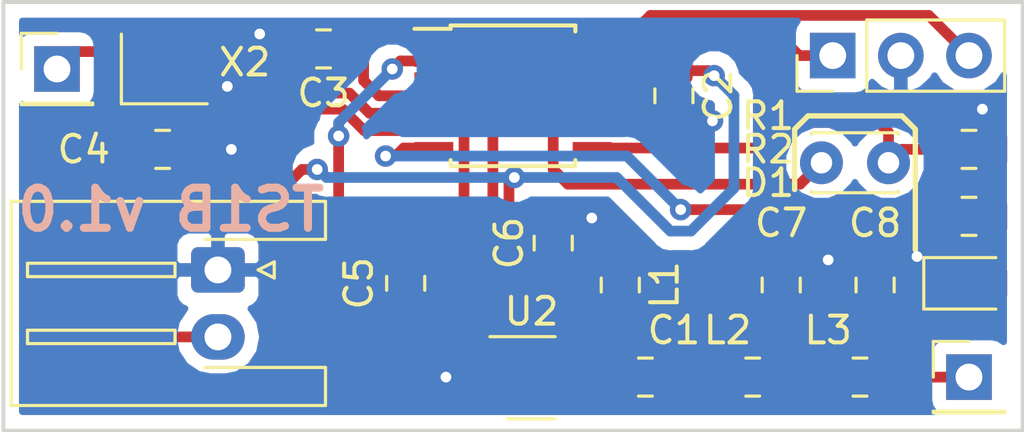
<source format=kicad_pcb>
(kicad_pcb (version 20171130) (host pcbnew 5.0.2-bee76a0~70~ubuntu16.04.1)

  (general
    (thickness 1.6)
    (drawings 10)
    (tracks 141)
    (zones 0)
    (modules 22)
    (nets 20)
  )

  (page A4)
  (layers
    (0 F.Cu signal)
    (31 B.Cu signal)
    (32 B.Adhes user)
    (33 F.Adhes user)
    (34 B.Paste user)
    (35 F.Paste user)
    (36 B.SilkS user)
    (37 F.SilkS user)
    (38 B.Mask user)
    (39 F.Mask user)
    (40 Dwgs.User user)
    (41 Cmts.User user)
    (42 Eco1.User user)
    (43 Eco2.User user)
    (44 Edge.Cuts user)
    (45 Margin user)
    (46 B.CrtYd user)
    (47 F.CrtYd user)
    (48 B.Fab user hide)
    (49 F.Fab user hide)
  )

  (setup
    (last_trace_width 0.4)
    (trace_clearance 0.2)
    (zone_clearance 0.508)
    (zone_45_only no)
    (trace_min 0.2)
    (segment_width 0.2)
    (edge_width 0.15)
    (via_size 0.8)
    (via_drill 0.4)
    (via_min_size 0.4)
    (via_min_drill 0.3)
    (uvia_size 0.3)
    (uvia_drill 0.1)
    (uvias_allowed no)
    (uvia_min_size 0.2)
    (uvia_min_drill 0.1)
    (pcb_text_width 0.3)
    (pcb_text_size 1.5 1.5)
    (mod_edge_width 0.15)
    (mod_text_size 1 1)
    (mod_text_width 0.15)
    (pad_size 1.524 1.524)
    (pad_drill 0.762)
    (pad_to_mask_clearance 0.051)
    (solder_mask_min_width 0.25)
    (aux_axis_origin 0 0)
    (visible_elements FFFFFF7F)
    (pcbplotparams
      (layerselection 0x010fc_ffffffff)
      (usegerberextensions false)
      (usegerberattributes false)
      (usegerberadvancedattributes false)
      (creategerberjobfile false)
      (excludeedgelayer true)
      (linewidth 0.100000)
      (plotframeref false)
      (viasonmask false)
      (mode 1)
      (useauxorigin false)
      (hpglpennumber 1)
      (hpglpenspeed 20)
      (hpglpendiameter 15.000000)
      (psnegative false)
      (psa4output false)
      (plotreference true)
      (plotvalue true)
      (plotinvisibletext false)
      (padsonsilk false)
      (subtractmaskfromsilk false)
      (outputformat 1)
      (mirror false)
      (drillshape 1)
      (scaleselection 1)
      (outputdirectory ""))
  )

  (net 0 "")
  (net 1 /TEMP_SNS)
  (net 2 GND)
  (net 3 /LED)
  (net 4 "Net-(D1-Pad2)")
  (net 5 "Net-(C5-Pad1)")
  (net 6 /RF_DATA)
  (net 7 /RF_CLK)
  (net 8 "Net-(C1-Pad2)")
  (net 9 VDD)
  (net 10 "Net-(U1-Pad1)")
  (net 11 "Net-(C3-Pad1)")
  (net 12 /26MHZ)
  (net 13 /OSC_EN)
  (net 14 /TEMP_PWR)
  (net 15 /SWDIO)
  (net 16 /SWCLK)
  (net 17 "Net-(C7-Pad2)")
  (net 18 "Net-(AE1-Pad1)")
  (net 19 "Net-(C1-Pad1)")

  (net_class Default "This is the default net class."
    (clearance 0.2)
    (trace_width 0.4)
    (via_dia 0.8)
    (via_drill 0.4)
    (uvia_dia 0.3)
    (uvia_drill 0.1)
    (add_net /26MHZ)
    (add_net /LED)
    (add_net /OSC_EN)
    (add_net /RF_CLK)
    (add_net /RF_DATA)
    (add_net /SWCLK)
    (add_net /SWDIO)
    (add_net /TEMP_PWR)
    (add_net /TEMP_SNS)
    (add_net GND)
    (add_net "Net-(AE1-Pad1)")
    (add_net "Net-(C1-Pad1)")
    (add_net "Net-(C1-Pad2)")
    (add_net "Net-(C3-Pad1)")
    (add_net "Net-(C5-Pad1)")
    (add_net "Net-(C7-Pad2)")
    (add_net "Net-(D1-Pad2)")
    (add_net "Net-(U1-Pad1)")
    (add_net VDD)
  )

  (module Capacitor_SMD:C_0805_2012Metric (layer F.Cu) (tedit 5B36C52B) (tstamp 5CD45606)
    (at 174.9375 83 180)
    (descr "Capacitor SMD 0805 (2012 Metric), square (rectangular) end terminal, IPC_7351 nominal, (Body size source: https://docs.google.com/spreadsheets/d/1BsfQQcO9C6DZCsRaXUlFlo91Tg2WpOkGARC1WS5S8t0/edit?usp=sharing), generated with kicad-footprint-generator")
    (tags capacitor)
    (path /5CC71001)
    (attr smd)
    (fp_text reference C1 (at -1.0625 1.75 180) (layer F.SilkS)
      (effects (font (size 1 1) (thickness 0.15)))
    )
    (fp_text value 68pF (at 0 1.65 180) (layer F.Fab)
      (effects (font (size 1 1) (thickness 0.15)))
    )
    (fp_text user %R (at 0 0 180) (layer F.Fab)
      (effects (font (size 0.5 0.5) (thickness 0.08)))
    )
    (fp_line (start 1.68 0.95) (end -1.68 0.95) (layer F.CrtYd) (width 0.05))
    (fp_line (start 1.68 -0.95) (end 1.68 0.95) (layer F.CrtYd) (width 0.05))
    (fp_line (start -1.68 -0.95) (end 1.68 -0.95) (layer F.CrtYd) (width 0.05))
    (fp_line (start -1.68 0.95) (end -1.68 -0.95) (layer F.CrtYd) (width 0.05))
    (fp_line (start -0.258578 0.71) (end 0.258578 0.71) (layer F.SilkS) (width 0.12))
    (fp_line (start -0.258578 -0.71) (end 0.258578 -0.71) (layer F.SilkS) (width 0.12))
    (fp_line (start 1 0.6) (end -1 0.6) (layer F.Fab) (width 0.1))
    (fp_line (start 1 -0.6) (end 1 0.6) (layer F.Fab) (width 0.1))
    (fp_line (start -1 -0.6) (end 1 -0.6) (layer F.Fab) (width 0.1))
    (fp_line (start -1 0.6) (end -1 -0.6) (layer F.Fab) (width 0.1))
    (pad 2 smd roundrect (at 0.9375 0 180) (size 0.975 1.4) (layers F.Cu F.Paste F.Mask) (roundrect_rratio 0.25)
      (net 8 "Net-(C1-Pad2)"))
    (pad 1 smd roundrect (at -0.9375 0 180) (size 0.975 1.4) (layers F.Cu F.Paste F.Mask) (roundrect_rratio 0.25)
      (net 19 "Net-(C1-Pad1)"))
    (model ${KISYS3DMOD}/Capacitor_SMD.3dshapes/C_0805_2012Metric.wrl
      (at (xyz 0 0 0))
      (scale (xyz 1 1 1))
      (rotate (xyz 0 0 0))
    )
  )

  (module Capacitor_SMD:C_0805_2012Metric (layer F.Cu) (tedit 5B36C52B) (tstamp 5CC9F3C3)
    (at 176 72.5 270)
    (descr "Capacitor SMD 0805 (2012 Metric), square (rectangular) end terminal, IPC_7351 nominal, (Body size source: https://docs.google.com/spreadsheets/d/1BsfQQcO9C6DZCsRaXUlFlo91Tg2WpOkGARC1WS5S8t0/edit?usp=sharing), generated with kicad-footprint-generator")
    (tags capacitor)
    (path /5CC61F75)
    (attr smd)
    (fp_text reference C2 (at 0 -1.65 270) (layer F.SilkS)
      (effects (font (size 1 1) (thickness 0.15)))
    )
    (fp_text value 100n (at 0 1.65 270) (layer F.Fab)
      (effects (font (size 1 1) (thickness 0.15)))
    )
    (fp_line (start -1 0.6) (end -1 -0.6) (layer F.Fab) (width 0.1))
    (fp_line (start -1 -0.6) (end 1 -0.6) (layer F.Fab) (width 0.1))
    (fp_line (start 1 -0.6) (end 1 0.6) (layer F.Fab) (width 0.1))
    (fp_line (start 1 0.6) (end -1 0.6) (layer F.Fab) (width 0.1))
    (fp_line (start -0.258578 -0.71) (end 0.258578 -0.71) (layer F.SilkS) (width 0.12))
    (fp_line (start -0.258578 0.71) (end 0.258578 0.71) (layer F.SilkS) (width 0.12))
    (fp_line (start -1.68 0.95) (end -1.68 -0.95) (layer F.CrtYd) (width 0.05))
    (fp_line (start -1.68 -0.95) (end 1.68 -0.95) (layer F.CrtYd) (width 0.05))
    (fp_line (start 1.68 -0.95) (end 1.68 0.95) (layer F.CrtYd) (width 0.05))
    (fp_line (start 1.68 0.95) (end -1.68 0.95) (layer F.CrtYd) (width 0.05))
    (fp_text user %R (at 0 0 270) (layer F.Fab)
      (effects (font (size 0.5 0.5) (thickness 0.08)))
    )
    (pad 1 smd roundrect (at -0.9375 0 270) (size 0.975 1.4) (layers F.Cu F.Paste F.Mask) (roundrect_rratio 0.25)
      (net 9 VDD))
    (pad 2 smd roundrect (at 0.9375 0 270) (size 0.975 1.4) (layers F.Cu F.Paste F.Mask) (roundrect_rratio 0.25)
      (net 2 GND))
    (model ${KISYS3DMOD}/Capacitor_SMD.3dshapes/C_0805_2012Metric.wrl
      (at (xyz 0 0 0))
      (scale (xyz 1 1 1))
      (rotate (xyz 0 0 0))
    )
  )

  (module Capacitor_SMD:C_0805_2012Metric (layer F.Cu) (tedit 5B36C52B) (tstamp 5CC9F393)
    (at 162.9375 70.75 180)
    (descr "Capacitor SMD 0805 (2012 Metric), square (rectangular) end terminal, IPC_7351 nominal, (Body size source: https://docs.google.com/spreadsheets/d/1BsfQQcO9C6DZCsRaXUlFlo91Tg2WpOkGARC1WS5S8t0/edit?usp=sharing), generated with kicad-footprint-generator")
    (tags capacitor)
    (path /5CC622B0)
    (attr smd)
    (fp_text reference C3 (at 0 -1.65 180) (layer F.SilkS)
      (effects (font (size 1 1) (thickness 0.15)))
    )
    (fp_text value 100n (at 0 1.65 180) (layer F.Fab)
      (effects (font (size 1 1) (thickness 0.15)))
    )
    (fp_text user %R (at 0 0 180) (layer F.Fab)
      (effects (font (size 0.5 0.5) (thickness 0.08)))
    )
    (fp_line (start 1.68 0.95) (end -1.68 0.95) (layer F.CrtYd) (width 0.05))
    (fp_line (start 1.68 -0.95) (end 1.68 0.95) (layer F.CrtYd) (width 0.05))
    (fp_line (start -1.68 -0.95) (end 1.68 -0.95) (layer F.CrtYd) (width 0.05))
    (fp_line (start -1.68 0.95) (end -1.68 -0.95) (layer F.CrtYd) (width 0.05))
    (fp_line (start -0.258578 0.71) (end 0.258578 0.71) (layer F.SilkS) (width 0.12))
    (fp_line (start -0.258578 -0.71) (end 0.258578 -0.71) (layer F.SilkS) (width 0.12))
    (fp_line (start 1 0.6) (end -1 0.6) (layer F.Fab) (width 0.1))
    (fp_line (start 1 -0.6) (end 1 0.6) (layer F.Fab) (width 0.1))
    (fp_line (start -1 -0.6) (end 1 -0.6) (layer F.Fab) (width 0.1))
    (fp_line (start -1 0.6) (end -1 -0.6) (layer F.Fab) (width 0.1))
    (pad 2 smd roundrect (at 0.9375 0 180) (size 0.975 1.4) (layers F.Cu F.Paste F.Mask) (roundrect_rratio 0.25)
      (net 2 GND))
    (pad 1 smd roundrect (at -0.9375 0 180) (size 0.975 1.4) (layers F.Cu F.Paste F.Mask) (roundrect_rratio 0.25)
      (net 11 "Net-(C3-Pad1)"))
    (model ${KISYS3DMOD}/Capacitor_SMD.3dshapes/C_0805_2012Metric.wrl
      (at (xyz 0 0 0))
      (scale (xyz 1 1 1))
      (rotate (xyz 0 0 0))
    )
  )

  (module Capacitor_SMD:C_0805_2012Metric (layer F.Cu) (tedit 5B36C52B) (tstamp 5CC9F226)
    (at 156.9375 74.5)
    (descr "Capacitor SMD 0805 (2012 Metric), square (rectangular) end terminal, IPC_7351 nominal, (Body size source: https://docs.google.com/spreadsheets/d/1BsfQQcO9C6DZCsRaXUlFlo91Tg2WpOkGARC1WS5S8t0/edit?usp=sharing), generated with kicad-footprint-generator")
    (tags capacitor)
    (path /5CC6C5E0)
    (attr smd)
    (fp_text reference C4 (at -2.9375 0) (layer F.SilkS)
      (effects (font (size 1 1) (thickness 0.15)))
    )
    (fp_text value 100n (at 0 1.65) (layer F.Fab)
      (effects (font (size 1 1) (thickness 0.15)))
    )
    (fp_line (start -1 0.6) (end -1 -0.6) (layer F.Fab) (width 0.1))
    (fp_line (start -1 -0.6) (end 1 -0.6) (layer F.Fab) (width 0.1))
    (fp_line (start 1 -0.6) (end 1 0.6) (layer F.Fab) (width 0.1))
    (fp_line (start 1 0.6) (end -1 0.6) (layer F.Fab) (width 0.1))
    (fp_line (start -0.258578 -0.71) (end 0.258578 -0.71) (layer F.SilkS) (width 0.12))
    (fp_line (start -0.258578 0.71) (end 0.258578 0.71) (layer F.SilkS) (width 0.12))
    (fp_line (start -1.68 0.95) (end -1.68 -0.95) (layer F.CrtYd) (width 0.05))
    (fp_line (start -1.68 -0.95) (end 1.68 -0.95) (layer F.CrtYd) (width 0.05))
    (fp_line (start 1.68 -0.95) (end 1.68 0.95) (layer F.CrtYd) (width 0.05))
    (fp_line (start 1.68 0.95) (end -1.68 0.95) (layer F.CrtYd) (width 0.05))
    (fp_text user %R (at 0 0) (layer F.Fab)
      (effects (font (size 0.5 0.5) (thickness 0.08)))
    )
    (pad 1 smd roundrect (at -0.9375 0) (size 0.975 1.4) (layers F.Cu F.Paste F.Mask) (roundrect_rratio 0.25)
      (net 9 VDD))
    (pad 2 smd roundrect (at 0.9375 0) (size 0.975 1.4) (layers F.Cu F.Paste F.Mask) (roundrect_rratio 0.25)
      (net 2 GND))
    (model ${KISYS3DMOD}/Capacitor_SMD.3dshapes/C_0805_2012Metric.wrl
      (at (xyz 0 0 0))
      (scale (xyz 1 1 1))
      (rotate (xyz 0 0 0))
    )
  )

  (module Capacitor_SMD:C_0805_2012Metric (layer F.Cu) (tedit 5B36C52B) (tstamp 5CCA02A9)
    (at 166 79.5 90)
    (descr "Capacitor SMD 0805 (2012 Metric), square (rectangular) end terminal, IPC_7351 nominal, (Body size source: https://docs.google.com/spreadsheets/d/1BsfQQcO9C6DZCsRaXUlFlo91Tg2WpOkGARC1WS5S8t0/edit?usp=sharing), generated with kicad-footprint-generator")
    (tags capacitor)
    (path /5CC6D0FD)
    (attr smd)
    (fp_text reference C5 (at 0 -1.75 90) (layer F.SilkS)
      (effects (font (size 1 1) (thickness 0.15)))
    )
    (fp_text value 100n (at 0 1.65 90) (layer F.Fab)
      (effects (font (size 1 1) (thickness 0.15)))
    )
    (fp_text user %R (at 0 0 90) (layer F.Fab)
      (effects (font (size 0.5 0.5) (thickness 0.08)))
    )
    (fp_line (start 1.68 0.95) (end -1.68 0.95) (layer F.CrtYd) (width 0.05))
    (fp_line (start 1.68 -0.95) (end 1.68 0.95) (layer F.CrtYd) (width 0.05))
    (fp_line (start -1.68 -0.95) (end 1.68 -0.95) (layer F.CrtYd) (width 0.05))
    (fp_line (start -1.68 0.95) (end -1.68 -0.95) (layer F.CrtYd) (width 0.05))
    (fp_line (start -0.258578 0.71) (end 0.258578 0.71) (layer F.SilkS) (width 0.12))
    (fp_line (start -0.258578 -0.71) (end 0.258578 -0.71) (layer F.SilkS) (width 0.12))
    (fp_line (start 1 0.6) (end -1 0.6) (layer F.Fab) (width 0.1))
    (fp_line (start 1 -0.6) (end 1 0.6) (layer F.Fab) (width 0.1))
    (fp_line (start -1 -0.6) (end 1 -0.6) (layer F.Fab) (width 0.1))
    (fp_line (start -1 0.6) (end -1 -0.6) (layer F.Fab) (width 0.1))
    (pad 2 smd roundrect (at 0.9375 0 90) (size 0.975 1.4) (layers F.Cu F.Paste F.Mask) (roundrect_rratio 0.25)
      (net 12 /26MHZ))
    (pad 1 smd roundrect (at -0.9375 0 90) (size 0.975 1.4) (layers F.Cu F.Paste F.Mask) (roundrect_rratio 0.25)
      (net 5 "Net-(C5-Pad1)"))
    (model ${KISYS3DMOD}/Capacitor_SMD.3dshapes/C_0805_2012Metric.wrl
      (at (xyz 0 0 0))
      (scale (xyz 1 1 1))
      (rotate (xyz 0 0 0))
    )
  )

  (module Capacitor_SMD:C_0805_2012Metric (layer F.Cu) (tedit 5B36C52B) (tstamp 5CD455B1)
    (at 171.5 78 90)
    (descr "Capacitor SMD 0805 (2012 Metric), square (rectangular) end terminal, IPC_7351 nominal, (Body size source: https://docs.google.com/spreadsheets/d/1BsfQQcO9C6DZCsRaXUlFlo91Tg2WpOkGARC1WS5S8t0/edit?usp=sharing), generated with kicad-footprint-generator")
    (tags capacitor)
    (path /5CC64402)
    (attr smd)
    (fp_text reference C6 (at 0 -1.65 90) (layer F.SilkS)
      (effects (font (size 1 1) (thickness 0.15)))
    )
    (fp_text value 100n (at 0 1.65 90) (layer F.Fab)
      (effects (font (size 1 1) (thickness 0.15)))
    )
    (fp_line (start -1 0.6) (end -1 -0.6) (layer F.Fab) (width 0.1))
    (fp_line (start -1 -0.6) (end 1 -0.6) (layer F.Fab) (width 0.1))
    (fp_line (start 1 -0.6) (end 1 0.6) (layer F.Fab) (width 0.1))
    (fp_line (start 1 0.6) (end -1 0.6) (layer F.Fab) (width 0.1))
    (fp_line (start -0.258578 -0.71) (end 0.258578 -0.71) (layer F.SilkS) (width 0.12))
    (fp_line (start -0.258578 0.71) (end 0.258578 0.71) (layer F.SilkS) (width 0.12))
    (fp_line (start -1.68 0.95) (end -1.68 -0.95) (layer F.CrtYd) (width 0.05))
    (fp_line (start -1.68 -0.95) (end 1.68 -0.95) (layer F.CrtYd) (width 0.05))
    (fp_line (start 1.68 -0.95) (end 1.68 0.95) (layer F.CrtYd) (width 0.05))
    (fp_line (start 1.68 0.95) (end -1.68 0.95) (layer F.CrtYd) (width 0.05))
    (fp_text user %R (at 0 0 90) (layer F.Fab)
      (effects (font (size 0.5 0.5) (thickness 0.08)))
    )
    (pad 1 smd roundrect (at -0.9375 0 90) (size 0.975 1.4) (layers F.Cu F.Paste F.Mask) (roundrect_rratio 0.25)
      (net 9 VDD))
    (pad 2 smd roundrect (at 0.9375 0 90) (size 0.975 1.4) (layers F.Cu F.Paste F.Mask) (roundrect_rratio 0.25)
      (net 2 GND))
    (model ${KISYS3DMOD}/Capacitor_SMD.3dshapes/C_0805_2012Metric.wrl
      (at (xyz 0 0 0))
      (scale (xyz 1 1 1))
      (rotate (xyz 0 0 0))
    )
  )

  (module Capacitor_SMD:C_0805_2012Metric (layer F.Cu) (tedit 5B36C52B) (tstamp 5CD455A0)
    (at 180 79.5625 270)
    (descr "Capacitor SMD 0805 (2012 Metric), square (rectangular) end terminal, IPC_7351 nominal, (Body size source: https://docs.google.com/spreadsheets/d/1BsfQQcO9C6DZCsRaXUlFlo91Tg2WpOkGARC1WS5S8t0/edit?usp=sharing), generated with kicad-footprint-generator")
    (tags capacitor)
    (path /5CC711EA)
    (attr smd)
    (fp_text reference C7 (at -2.3125 0 180) (layer F.SilkS)
      (effects (font (size 1 1) (thickness 0.15)))
    )
    (fp_text value 15pF (at 0 1.65 270) (layer F.Fab)
      (effects (font (size 1 1) (thickness 0.15)))
    )
    (fp_text user %R (at 0 0 270) (layer F.Fab)
      (effects (font (size 0.5 0.5) (thickness 0.08)))
    )
    (fp_line (start 1.68 0.95) (end -1.68 0.95) (layer F.CrtYd) (width 0.05))
    (fp_line (start 1.68 -0.95) (end 1.68 0.95) (layer F.CrtYd) (width 0.05))
    (fp_line (start -1.68 -0.95) (end 1.68 -0.95) (layer F.CrtYd) (width 0.05))
    (fp_line (start -1.68 0.95) (end -1.68 -0.95) (layer F.CrtYd) (width 0.05))
    (fp_line (start -0.258578 0.71) (end 0.258578 0.71) (layer F.SilkS) (width 0.12))
    (fp_line (start -0.258578 -0.71) (end 0.258578 -0.71) (layer F.SilkS) (width 0.12))
    (fp_line (start 1 0.6) (end -1 0.6) (layer F.Fab) (width 0.1))
    (fp_line (start 1 -0.6) (end 1 0.6) (layer F.Fab) (width 0.1))
    (fp_line (start -1 -0.6) (end 1 -0.6) (layer F.Fab) (width 0.1))
    (fp_line (start -1 0.6) (end -1 -0.6) (layer F.Fab) (width 0.1))
    (pad 2 smd roundrect (at 0.9375 0 270) (size 0.975 1.4) (layers F.Cu F.Paste F.Mask) (roundrect_rratio 0.25)
      (net 17 "Net-(C7-Pad2)"))
    (pad 1 smd roundrect (at -0.9375 0 270) (size 0.975 1.4) (layers F.Cu F.Paste F.Mask) (roundrect_rratio 0.25)
      (net 2 GND))
    (model ${KISYS3DMOD}/Capacitor_SMD.3dshapes/C_0805_2012Metric.wrl
      (at (xyz 0 0 0))
      (scale (xyz 1 1 1))
      (rotate (xyz 0 0 0))
    )
  )

  (module Capacitor_SMD:C_0805_2012Metric (layer F.Cu) (tedit 5B36C52B) (tstamp 5CD4558F)
    (at 183.5 79.5625 270)
    (descr "Capacitor SMD 0805 (2012 Metric), square (rectangular) end terminal, IPC_7351 nominal, (Body size source: https://docs.google.com/spreadsheets/d/1BsfQQcO9C6DZCsRaXUlFlo91Tg2WpOkGARC1WS5S8t0/edit?usp=sharing), generated with kicad-footprint-generator")
    (tags capacitor)
    (path /5CC712B0)
    (attr smd)
    (fp_text reference C8 (at -2.3125 0) (layer F.SilkS)
      (effects (font (size 1 1) (thickness 0.15)))
    )
    (fp_text value 15pF (at 0 1.65 270) (layer F.Fab)
      (effects (font (size 1 1) (thickness 0.15)))
    )
    (fp_line (start -1 0.6) (end -1 -0.6) (layer F.Fab) (width 0.1))
    (fp_line (start -1 -0.6) (end 1 -0.6) (layer F.Fab) (width 0.1))
    (fp_line (start 1 -0.6) (end 1 0.6) (layer F.Fab) (width 0.1))
    (fp_line (start 1 0.6) (end -1 0.6) (layer F.Fab) (width 0.1))
    (fp_line (start -0.258578 -0.71) (end 0.258578 -0.71) (layer F.SilkS) (width 0.12))
    (fp_line (start -0.258578 0.71) (end 0.258578 0.71) (layer F.SilkS) (width 0.12))
    (fp_line (start -1.68 0.95) (end -1.68 -0.95) (layer F.CrtYd) (width 0.05))
    (fp_line (start -1.68 -0.95) (end 1.68 -0.95) (layer F.CrtYd) (width 0.05))
    (fp_line (start 1.68 -0.95) (end 1.68 0.95) (layer F.CrtYd) (width 0.05))
    (fp_line (start 1.68 0.95) (end -1.68 0.95) (layer F.CrtYd) (width 0.05))
    (fp_text user %R (at 0 0 270) (layer F.Fab)
      (effects (font (size 0.5 0.5) (thickness 0.08)))
    )
    (pad 1 smd roundrect (at -0.9375 0 270) (size 0.975 1.4) (layers F.Cu F.Paste F.Mask) (roundrect_rratio 0.25)
      (net 2 GND))
    (pad 2 smd roundrect (at 0.9375 0 270) (size 0.975 1.4) (layers F.Cu F.Paste F.Mask) (roundrect_rratio 0.25)
      (net 18 "Net-(AE1-Pad1)"))
    (model ${KISYS3DMOD}/Capacitor_SMD.3dshapes/C_0805_2012Metric.wrl
      (at (xyz 0 0 0))
      (scale (xyz 1 1 1))
      (rotate (xyz 0 0 0))
    )
  )

  (module Capacitor_THT:C_Disc_D3.0mm_W2.0mm_P2.50mm (layer F.Cu) (tedit 5CC9DE84) (tstamp 5CD4557E)
    (at 181.5 75)
    (descr "C, Disc series, Radial, pin pitch=2.50mm, , diameter*width=3*2mm^2, Capacitor")
    (tags "C Disc series Radial pin pitch 2.50mm  diameter 3mm width 2mm Capacitor")
    (path /5CC62424)
    (fp_text reference TH1 (at 1.25 -2.25) (layer F.SilkS) hide
      (effects (font (size 1 1) (thickness 0.15)))
    )
    (fp_text value "NTC 10k 3950 1%" (at 1.25 2.25) (layer F.Fab)
      (effects (font (size 1 1) (thickness 0.15)))
    )
    (fp_line (start -0.25 -1) (end -0.25 1) (layer F.Fab) (width 0.1))
    (fp_line (start -0.25 1) (end 2.75 1) (layer F.Fab) (width 0.1))
    (fp_line (start 2.75 1) (end 2.75 -1) (layer F.Fab) (width 0.1))
    (fp_line (start 2.75 -1) (end -0.25 -1) (layer F.Fab) (width 0.1))
    (fp_line (start -0.37 -1.12) (end 2.87 -1.12) (layer F.SilkS) (width 0.12))
    (fp_line (start -0.37 1.12) (end 2.87 1.12) (layer F.SilkS) (width 0.12))
    (fp_line (start -0.37 -1.12) (end -0.37 -1.055) (layer F.SilkS) (width 0.12))
    (fp_line (start -0.37 1.055) (end -0.37 1.12) (layer F.SilkS) (width 0.12))
    (fp_line (start 2.87 -1.12) (end 2.87 -1.055) (layer F.SilkS) (width 0.12))
    (fp_line (start 2.87 1.055) (end 2.87 1.12) (layer F.SilkS) (width 0.12))
    (fp_line (start -1.05 -1.25) (end -1.05 1.25) (layer F.CrtYd) (width 0.05))
    (fp_line (start -1.05 1.25) (end 3.55 1.25) (layer F.CrtYd) (width 0.05))
    (fp_line (start 3.55 1.25) (end 3.55 -1.25) (layer F.CrtYd) (width 0.05))
    (fp_line (start 3.55 -1.25) (end -1.05 -1.25) (layer F.CrtYd) (width 0.05))
    (fp_text user %R (at 1.25 0) (layer F.Fab)
      (effects (font (size 0.6 0.6) (thickness 0.09)))
    )
    (pad 1 thru_hole circle (at 0 0) (size 1.6 1.6) (drill 0.8) (layers *.Cu *.Mask)
      (net 14 /TEMP_PWR))
    (pad 2 thru_hole circle (at 2.5 0) (size 1.6 1.6) (drill 0.8) (layers *.Cu *.Mask)
      (net 1 /TEMP_SNS))
    (model ${KISYS3DMOD}/Capacitor_THT.3dshapes/C_Disc_D3.0mm_W2.0mm_P2.50mm.wrl
      (at (xyz 0 0 0))
      (scale (xyz 1 1 1))
      (rotate (xyz 0 0 0))
    )
  )

  (module Connector_JST:JST_XH_S2B-XH-A-1_1x02_P2.50mm_Horizontal (layer F.Cu) (tedit 5CC9DE24) (tstamp 5CC9D17A)
    (at 159 79 270)
    (descr "JST XH series connector, S2B-XH-A-1 (http://www.jst-mfg.com/product/pdf/eng/eXH.pdf), generated with kicad-footprint-generator")
    (tags "connector JST XH horizontal")
    (path /5CC87526)
    (fp_text reference J2 (at 1.75 -2.5 270) (layer F.SilkS) hide
      (effects (font (size 1 1) (thickness 0.15)))
    )
    (fp_text value Conn_01x02 (at 1.25 8.8 270) (layer F.Fab)
      (effects (font (size 1 1) (thickness 0.15)))
    )
    (fp_line (start -2.95 -4.4) (end -2.95 8.1) (layer F.CrtYd) (width 0.05))
    (fp_line (start -2.95 8.1) (end 5.45 8.1) (layer F.CrtYd) (width 0.05))
    (fp_line (start 5.45 8.1) (end 5.45 -4.4) (layer F.CrtYd) (width 0.05))
    (fp_line (start 5.45 -4.4) (end -2.95 -4.4) (layer F.CrtYd) (width 0.05))
    (fp_line (start 1.25 7.71) (end -2.56 7.71) (layer F.SilkS) (width 0.12))
    (fp_line (start -2.56 7.71) (end -2.56 -4.01) (layer F.SilkS) (width 0.12))
    (fp_line (start -2.56 -4.01) (end -1.14 -4.01) (layer F.SilkS) (width 0.12))
    (fp_line (start -1.14 -4.01) (end -1.14 0.49) (layer F.SilkS) (width 0.12))
    (fp_line (start 1.25 7.71) (end 5.06 7.71) (layer F.SilkS) (width 0.12))
    (fp_line (start 5.06 7.71) (end 5.06 -4.01) (layer F.SilkS) (width 0.12))
    (fp_line (start 5.06 -4.01) (end 3.64 -4.01) (layer F.SilkS) (width 0.12))
    (fp_line (start 3.64 -4.01) (end 3.64 0.49) (layer F.SilkS) (width 0.12))
    (fp_line (start 1.25 7.6) (end -2.45 7.6) (layer F.Fab) (width 0.1))
    (fp_line (start -2.45 7.6) (end -2.45 -3.9) (layer F.Fab) (width 0.1))
    (fp_line (start -2.45 -3.9) (end -1.25 -3.9) (layer F.Fab) (width 0.1))
    (fp_line (start -1.25 -3.9) (end -1.25 0.6) (layer F.Fab) (width 0.1))
    (fp_line (start -1.25 0.6) (end 1.25 0.6) (layer F.Fab) (width 0.1))
    (fp_line (start 1.25 7.6) (end 4.95 7.6) (layer F.Fab) (width 0.1))
    (fp_line (start 4.95 7.6) (end 4.95 -3.9) (layer F.Fab) (width 0.1))
    (fp_line (start 4.95 -3.9) (end 3.75 -3.9) (layer F.Fab) (width 0.1))
    (fp_line (start 3.75 -3.9) (end 3.75 0.6) (layer F.Fab) (width 0.1))
    (fp_line (start 3.75 0.6) (end 1.25 0.6) (layer F.Fab) (width 0.1))
    (fp_line (start -0.25 1.6) (end -0.25 7.1) (layer F.SilkS) (width 0.12))
    (fp_line (start -0.25 7.1) (end 0.25 7.1) (layer F.SilkS) (width 0.12))
    (fp_line (start 0.25 7.1) (end 0.25 1.6) (layer F.SilkS) (width 0.12))
    (fp_line (start 0.25 1.6) (end -0.25 1.6) (layer F.SilkS) (width 0.12))
    (fp_line (start 2.25 1.6) (end 2.25 7.1) (layer F.SilkS) (width 0.12))
    (fp_line (start 2.25 7.1) (end 2.75 7.1) (layer F.SilkS) (width 0.12))
    (fp_line (start 2.75 7.1) (end 2.75 1.6) (layer F.SilkS) (width 0.12))
    (fp_line (start 2.75 1.6) (end 2.25 1.6) (layer F.SilkS) (width 0.12))
    (fp_line (start 0 -1.5) (end -0.3 -2.1) (layer F.SilkS) (width 0.12))
    (fp_line (start -0.3 -2.1) (end 0.3 -2.1) (layer F.SilkS) (width 0.12))
    (fp_line (start 0.3 -2.1) (end 0 -1.5) (layer F.SilkS) (width 0.12))
    (fp_line (start -0.625 0.6) (end 0 -0.4) (layer F.Fab) (width 0.1))
    (fp_line (start 0 -0.4) (end 0.625 0.6) (layer F.Fab) (width 0.1))
    (fp_text user %R (at 1.25 1.85 270) (layer F.Fab)
      (effects (font (size 1 1) (thickness 0.15)))
    )
    (pad 1 thru_hole roundrect (at 0 0 270) (size 1.7 2) (drill 1) (layers *.Cu *.Mask) (roundrect_rratio 0.147059)
      (net 2 GND))
    (pad 2 thru_hole oval (at 2.5 0 270) (size 1.7 2) (drill 1) (layers *.Cu *.Mask)
      (net 9 VDD))
    (model ${KISYS3DMOD}/Connector_JST.3dshapes/JST_XH_S2B-XH-A-1_1x02_P2.50mm_Horizontal.wrl
      (at (xyz 0 0 0))
      (scale (xyz 1 1 1))
      (rotate (xyz 0 0 0))
    )
  )

  (module Connector_PinHeader_2.54mm:PinHeader_1x01_P2.54mm_Vertical (layer F.Cu) (tedit 5CC9DE12) (tstamp 5CCA01AC)
    (at 153 71.5)
    (descr "Through hole straight pin header, 1x01, 2.54mm pitch, single row")
    (tags "Through hole pin header THT 1x01 2.54mm single row")
    (path /5CC61BCA)
    (fp_text reference J1 (at 0 0) (layer F.SilkS) hide
      (effects (font (size 1 1) (thickness 0.15)))
    )
    (fp_text value 3V3 (at 0 2.33) (layer F.Fab)
      (effects (font (size 1 1) (thickness 0.15)))
    )
    (fp_text user %R (at 0 0 90) (layer F.Fab)
      (effects (font (size 1 1) (thickness 0.15)))
    )
    (fp_line (start 1.8 -1.8) (end -1.8 -1.8) (layer F.CrtYd) (width 0.05))
    (fp_line (start 1.8 1.8) (end 1.8 -1.8) (layer F.CrtYd) (width 0.05))
    (fp_line (start -1.8 1.8) (end 1.8 1.8) (layer F.CrtYd) (width 0.05))
    (fp_line (start -1.8 -1.8) (end -1.8 1.8) (layer F.CrtYd) (width 0.05))
    (fp_line (start -1.33 -1.33) (end 0 -1.33) (layer F.SilkS) (width 0.12))
    (fp_line (start -1.33 0) (end -1.33 -1.33) (layer F.SilkS) (width 0.12))
    (fp_line (start -1.33 1.27) (end 1.33 1.27) (layer F.SilkS) (width 0.12))
    (fp_line (start 1.33 1.27) (end 1.33 1.33) (layer F.SilkS) (width 0.12))
    (fp_line (start -1.33 1.27) (end -1.33 1.33) (layer F.SilkS) (width 0.12))
    (fp_line (start -1.33 1.33) (end 1.33 1.33) (layer F.SilkS) (width 0.12))
    (fp_line (start -1.27 -0.635) (end -0.635 -1.27) (layer F.Fab) (width 0.1))
    (fp_line (start -1.27 1.27) (end -1.27 -0.635) (layer F.Fab) (width 0.1))
    (fp_line (start 1.27 1.27) (end -1.27 1.27) (layer F.Fab) (width 0.1))
    (fp_line (start 1.27 -1.27) (end 1.27 1.27) (layer F.Fab) (width 0.1))
    (fp_line (start -0.635 -1.27) (end 1.27 -1.27) (layer F.Fab) (width 0.1))
    (pad 1 thru_hole rect (at 0 0) (size 1.7 1.7) (drill 1) (layers *.Cu *.Mask)
      (net 9 VDD))
    (model ${KISYS3DMOD}/Connector_PinHeader_2.54mm.3dshapes/PinHeader_1x01_P2.54mm_Vertical.wrl
      (at (xyz 0 0 0))
      (scale (xyz 1 1 1))
      (rotate (xyz 0 0 0))
    )
  )

  (module Connector_PinHeader_2.54mm:PinHeader_1x01_P2.54mm_Vertical (layer F.Cu) (tedit 5CC9DF38) (tstamp 5CC9E321)
    (at 187 83)
    (descr "Through hole straight pin header, 1x01, 2.54mm pitch, single row")
    (tags "Through hole pin header THT 1x01 2.54mm single row")
    (path /5CC7139B)
    (fp_text reference AE1 (at 0 -2.33) (layer F.SilkS) hide
      (effects (font (size 1 1) (thickness 0.15)))
    )
    (fp_text value Antenna (at 0 2.33) (layer F.Fab)
      (effects (font (size 1 1) (thickness 0.15)))
    )
    (fp_line (start -0.635 -1.27) (end 1.27 -1.27) (layer F.Fab) (width 0.1))
    (fp_line (start 1.27 -1.27) (end 1.27 1.27) (layer F.Fab) (width 0.1))
    (fp_line (start 1.27 1.27) (end -1.27 1.27) (layer F.Fab) (width 0.1))
    (fp_line (start -1.27 1.27) (end -1.27 -0.635) (layer F.Fab) (width 0.1))
    (fp_line (start -1.27 -0.635) (end -0.635 -1.27) (layer F.Fab) (width 0.1))
    (fp_line (start -1.33 1.33) (end 1.33 1.33) (layer F.SilkS) (width 0.12))
    (fp_line (start -1.33 1.27) (end -1.33 1.33) (layer F.SilkS) (width 0.12))
    (fp_line (start 1.33 1.27) (end 1.33 1.33) (layer F.SilkS) (width 0.12))
    (fp_line (start -1.33 1.27) (end 1.33 1.27) (layer F.SilkS) (width 0.12))
    (fp_line (start -1.33 0) (end -1.33 -1.33) (layer F.SilkS) (width 0.12))
    (fp_line (start -1.33 -1.33) (end 0 -1.33) (layer F.SilkS) (width 0.12))
    (fp_line (start -1.8 -1.8) (end -1.8 1.8) (layer F.CrtYd) (width 0.05))
    (fp_line (start -1.8 1.8) (end 1.8 1.8) (layer F.CrtYd) (width 0.05))
    (fp_line (start 1.8 1.8) (end 1.8 -1.8) (layer F.CrtYd) (width 0.05))
    (fp_line (start 1.8 -1.8) (end -1.8 -1.8) (layer F.CrtYd) (width 0.05))
    (fp_text user %R (at 0 0 90) (layer F.Fab)
      (effects (font (size 1 1) (thickness 0.15)))
    )
    (pad 1 thru_hole rect (at 0 0) (size 1.7 1.7) (drill 1) (layers *.Cu *.Mask)
      (net 18 "Net-(AE1-Pad1)"))
    (model ${KISYS3DMOD}/Connector_PinHeader_2.54mm.3dshapes/PinHeader_1x01_P2.54mm_Vertical.wrl
      (at (xyz 0 0 0))
      (scale (xyz 1 1 1))
      (rotate (xyz 0 0 0))
    )
  )

  (module Connector_PinHeader_2.54mm:PinHeader_1x03_P2.54mm_Vertical (layer F.Cu) (tedit 5CC9DE8C) (tstamp 5CC9D2A7)
    (at 181.92 71 90)
    (descr "Through hole straight pin header, 1x03, 2.54mm pitch, single row")
    (tags "Through hole pin header THT 1x03 2.54mm single row")
    (path /5CC61AB4)
    (fp_text reference X1 (at 0 -2.33 90) (layer F.SilkS) hide
      (effects (font (size 1 1) (thickness 0.15)))
    )
    (fp_text value SWD (at 0 7.41 90) (layer F.Fab)
      (effects (font (size 1 1) (thickness 0.15)))
    )
    (fp_line (start -0.635 -1.27) (end 1.27 -1.27) (layer F.Fab) (width 0.1))
    (fp_line (start 1.27 -1.27) (end 1.27 6.35) (layer F.Fab) (width 0.1))
    (fp_line (start 1.27 6.35) (end -1.27 6.35) (layer F.Fab) (width 0.1))
    (fp_line (start -1.27 6.35) (end -1.27 -0.635) (layer F.Fab) (width 0.1))
    (fp_line (start -1.27 -0.635) (end -0.635 -1.27) (layer F.Fab) (width 0.1))
    (fp_line (start -1.33 6.41) (end 1.33 6.41) (layer F.SilkS) (width 0.12))
    (fp_line (start -1.33 1.27) (end -1.33 6.41) (layer F.SilkS) (width 0.12))
    (fp_line (start 1.33 1.27) (end 1.33 6.41) (layer F.SilkS) (width 0.12))
    (fp_line (start -1.33 1.27) (end 1.33 1.27) (layer F.SilkS) (width 0.12))
    (fp_line (start -1.33 0) (end -1.33 -1.33) (layer F.SilkS) (width 0.12))
    (fp_line (start -1.33 -1.33) (end 0 -1.33) (layer F.SilkS) (width 0.12))
    (fp_line (start -1.8 -1.8) (end -1.8 6.85) (layer F.CrtYd) (width 0.05))
    (fp_line (start -1.8 6.85) (end 1.8 6.85) (layer F.CrtYd) (width 0.05))
    (fp_line (start 1.8 6.85) (end 1.8 -1.8) (layer F.CrtYd) (width 0.05))
    (fp_line (start 1.8 -1.8) (end -1.8 -1.8) (layer F.CrtYd) (width 0.05))
    (fp_text user %R (at 0 2.54 180) (layer F.Fab)
      (effects (font (size 1 1) (thickness 0.15)))
    )
    (pad 1 thru_hole rect (at 0 0 90) (size 1.7 1.7) (drill 1) (layers *.Cu *.Mask)
      (net 15 /SWDIO))
    (pad 2 thru_hole oval (at 0 2.54 90) (size 1.7 1.7) (drill 1) (layers *.Cu *.Mask)
      (net 2 GND))
    (pad 3 thru_hole oval (at 0 5.08 90) (size 1.7 1.7) (drill 1) (layers *.Cu *.Mask)
      (net 16 /SWCLK))
    (model ${KISYS3DMOD}/Connector_PinHeader_2.54mm.3dshapes/PinHeader_1x03_P2.54mm_Vertical.wrl
      (at (xyz 0 0 0))
      (scale (xyz 1 1 1))
      (rotate (xyz 0 0 0))
    )
  )

  (module Inductor_SMD:L_0805_2012Metric (layer F.Cu) (tedit 5B36C52B) (tstamp 5CD454FE)
    (at 174 79.5625 270)
    (descr "Inductor SMD 0805 (2012 Metric), square (rectangular) end terminal, IPC_7351 nominal, (Body size source: https://docs.google.com/spreadsheets/d/1BsfQQcO9C6DZCsRaXUlFlo91Tg2WpOkGARC1WS5S8t0/edit?usp=sharing), generated with kicad-footprint-generator")
    (tags inductor)
    (path /5CC70F69)
    (attr smd)
    (fp_text reference L1 (at 0 -1.65 270) (layer F.SilkS)
      (effects (font (size 1 1) (thickness 0.15)))
    )
    (fp_text value 180nH (at 0 1.65 270) (layer F.Fab)
      (effects (font (size 1 1) (thickness 0.15)))
    )
    (fp_line (start -1 0.6) (end -1 -0.6) (layer F.Fab) (width 0.1))
    (fp_line (start -1 -0.6) (end 1 -0.6) (layer F.Fab) (width 0.1))
    (fp_line (start 1 -0.6) (end 1 0.6) (layer F.Fab) (width 0.1))
    (fp_line (start 1 0.6) (end -1 0.6) (layer F.Fab) (width 0.1))
    (fp_line (start -0.258578 -0.71) (end 0.258578 -0.71) (layer F.SilkS) (width 0.12))
    (fp_line (start -0.258578 0.71) (end 0.258578 0.71) (layer F.SilkS) (width 0.12))
    (fp_line (start -1.68 0.95) (end -1.68 -0.95) (layer F.CrtYd) (width 0.05))
    (fp_line (start -1.68 -0.95) (end 1.68 -0.95) (layer F.CrtYd) (width 0.05))
    (fp_line (start 1.68 -0.95) (end 1.68 0.95) (layer F.CrtYd) (width 0.05))
    (fp_line (start 1.68 0.95) (end -1.68 0.95) (layer F.CrtYd) (width 0.05))
    (fp_text user %R (at 0 0 270) (layer F.Fab)
      (effects (font (size 0.5 0.5) (thickness 0.08)))
    )
    (pad 1 smd roundrect (at -0.9375 0 270) (size 0.975 1.4) (layers F.Cu F.Paste F.Mask) (roundrect_rratio 0.25)
      (net 9 VDD))
    (pad 2 smd roundrect (at 0.9375 0 270) (size 0.975 1.4) (layers F.Cu F.Paste F.Mask) (roundrect_rratio 0.25)
      (net 8 "Net-(C1-Pad2)"))
    (model ${KISYS3DMOD}/Inductor_SMD.3dshapes/L_0805_2012Metric.wrl
      (at (xyz 0 0 0))
      (scale (xyz 1 1 1))
      (rotate (xyz 0 0 0))
    )
  )

  (module Inductor_SMD:L_0805_2012Metric (layer F.Cu) (tedit 5B36C52B) (tstamp 5CD454ED)
    (at 178.9375 83)
    (descr "Inductor SMD 0805 (2012 Metric), square (rectangular) end terminal, IPC_7351 nominal, (Body size source: https://docs.google.com/spreadsheets/d/1BsfQQcO9C6DZCsRaXUlFlo91Tg2WpOkGARC1WS5S8t0/edit?usp=sharing), generated with kicad-footprint-generator")
    (tags inductor)
    (path /5CC7110C)
    (attr smd)
    (fp_text reference L2 (at -0.9375 -1.75) (layer F.SilkS)
      (effects (font (size 1 1) (thickness 0.15)))
    )
    (fp_text value 36nH (at 0 1.65) (layer F.Fab)
      (effects (font (size 1 1) (thickness 0.15)))
    )
    (fp_text user %R (at 0 0) (layer F.Fab)
      (effects (font (size 0.5 0.5) (thickness 0.08)))
    )
    (fp_line (start 1.68 0.95) (end -1.68 0.95) (layer F.CrtYd) (width 0.05))
    (fp_line (start 1.68 -0.95) (end 1.68 0.95) (layer F.CrtYd) (width 0.05))
    (fp_line (start -1.68 -0.95) (end 1.68 -0.95) (layer F.CrtYd) (width 0.05))
    (fp_line (start -1.68 0.95) (end -1.68 -0.95) (layer F.CrtYd) (width 0.05))
    (fp_line (start -0.258578 0.71) (end 0.258578 0.71) (layer F.SilkS) (width 0.12))
    (fp_line (start -0.258578 -0.71) (end 0.258578 -0.71) (layer F.SilkS) (width 0.12))
    (fp_line (start 1 0.6) (end -1 0.6) (layer F.Fab) (width 0.1))
    (fp_line (start 1 -0.6) (end 1 0.6) (layer F.Fab) (width 0.1))
    (fp_line (start -1 -0.6) (end 1 -0.6) (layer F.Fab) (width 0.1))
    (fp_line (start -1 0.6) (end -1 -0.6) (layer F.Fab) (width 0.1))
    (pad 2 smd roundrect (at 0.9375 0) (size 0.975 1.4) (layers F.Cu F.Paste F.Mask) (roundrect_rratio 0.25)
      (net 17 "Net-(C7-Pad2)"))
    (pad 1 smd roundrect (at -0.9375 0) (size 0.975 1.4) (layers F.Cu F.Paste F.Mask) (roundrect_rratio 0.25)
      (net 19 "Net-(C1-Pad1)"))
    (model ${KISYS3DMOD}/Inductor_SMD.3dshapes/L_0805_2012Metric.wrl
      (at (xyz 0 0 0))
      (scale (xyz 1 1 1))
      (rotate (xyz 0 0 0))
    )
  )

  (module Inductor_SMD:L_0805_2012Metric (layer F.Cu) (tedit 5B36C52B) (tstamp 5CD454DC)
    (at 182.9375 83)
    (descr "Inductor SMD 0805 (2012 Metric), square (rectangular) end terminal, IPC_7351 nominal, (Body size source: https://docs.google.com/spreadsheets/d/1BsfQQcO9C6DZCsRaXUlFlo91Tg2WpOkGARC1WS5S8t0/edit?usp=sharing), generated with kicad-footprint-generator")
    (tags inductor)
    (path /5CC7126E)
    (attr smd)
    (fp_text reference L3 (at -1.1875 -1.75) (layer F.SilkS)
      (effects (font (size 1 1) (thickness 0.15)))
    )
    (fp_text value 18nH (at 0 1.65) (layer F.Fab)
      (effects (font (size 1 1) (thickness 0.15)))
    )
    (fp_line (start -1 0.6) (end -1 -0.6) (layer F.Fab) (width 0.1))
    (fp_line (start -1 -0.6) (end 1 -0.6) (layer F.Fab) (width 0.1))
    (fp_line (start 1 -0.6) (end 1 0.6) (layer F.Fab) (width 0.1))
    (fp_line (start 1 0.6) (end -1 0.6) (layer F.Fab) (width 0.1))
    (fp_line (start -0.258578 -0.71) (end 0.258578 -0.71) (layer F.SilkS) (width 0.12))
    (fp_line (start -0.258578 0.71) (end 0.258578 0.71) (layer F.SilkS) (width 0.12))
    (fp_line (start -1.68 0.95) (end -1.68 -0.95) (layer F.CrtYd) (width 0.05))
    (fp_line (start -1.68 -0.95) (end 1.68 -0.95) (layer F.CrtYd) (width 0.05))
    (fp_line (start 1.68 -0.95) (end 1.68 0.95) (layer F.CrtYd) (width 0.05))
    (fp_line (start 1.68 0.95) (end -1.68 0.95) (layer F.CrtYd) (width 0.05))
    (fp_text user %R (at 0 0) (layer F.Fab)
      (effects (font (size 0.5 0.5) (thickness 0.08)))
    )
    (pad 1 smd roundrect (at -0.9375 0) (size 0.975 1.4) (layers F.Cu F.Paste F.Mask) (roundrect_rratio 0.25)
      (net 17 "Net-(C7-Pad2)"))
    (pad 2 smd roundrect (at 0.9375 0) (size 0.975 1.4) (layers F.Cu F.Paste F.Mask) (roundrect_rratio 0.25)
      (net 18 "Net-(AE1-Pad1)"))
    (model ${KISYS3DMOD}/Inductor_SMD.3dshapes/L_0805_2012Metric.wrl
      (at (xyz 0 0 0))
      (scale (xyz 1 1 1))
      (rotate (xyz 0 0 0))
    )
  )

  (module LED_SMD:LED_0805_2012Metric (layer F.Cu) (tedit 5B36C52C) (tstamp 5CD454CB)
    (at 187 79.5)
    (descr "LED SMD 0805 (2012 Metric), square (rectangular) end terminal, IPC_7351 nominal, (Body size source: https://docs.google.com/spreadsheets/d/1BsfQQcO9C6DZCsRaXUlFlo91Tg2WpOkGARC1WS5S8t0/edit?usp=sharing), generated with kicad-footprint-generator")
    (tags diode)
    (path /5CC630E5)
    (attr smd)
    (fp_text reference D1 (at -7.5 -3.75) (layer F.SilkS)
      (effects (font (size 1 1) (thickness 0.15)))
    )
    (fp_text value "LED RED" (at 0 1.65) (layer F.Fab)
      (effects (font (size 1 1) (thickness 0.15)))
    )
    (fp_line (start 1 -0.6) (end -0.7 -0.6) (layer F.Fab) (width 0.1))
    (fp_line (start -0.7 -0.6) (end -1 -0.3) (layer F.Fab) (width 0.1))
    (fp_line (start -1 -0.3) (end -1 0.6) (layer F.Fab) (width 0.1))
    (fp_line (start -1 0.6) (end 1 0.6) (layer F.Fab) (width 0.1))
    (fp_line (start 1 0.6) (end 1 -0.6) (layer F.Fab) (width 0.1))
    (fp_line (start 1 -0.96) (end -1.685 -0.96) (layer F.SilkS) (width 0.12))
    (fp_line (start -1.685 -0.96) (end -1.685 0.96) (layer F.SilkS) (width 0.12))
    (fp_line (start -1.685 0.96) (end 1 0.96) (layer F.SilkS) (width 0.12))
    (fp_line (start -1.68 0.95) (end -1.68 -0.95) (layer F.CrtYd) (width 0.05))
    (fp_line (start -1.68 -0.95) (end 1.68 -0.95) (layer F.CrtYd) (width 0.05))
    (fp_line (start 1.68 -0.95) (end 1.68 0.95) (layer F.CrtYd) (width 0.05))
    (fp_line (start 1.68 0.95) (end -1.68 0.95) (layer F.CrtYd) (width 0.05))
    (fp_text user %R (at 0 0) (layer F.Fab)
      (effects (font (size 0.5 0.5) (thickness 0.08)))
    )
    (pad 1 smd roundrect (at -0.9375 0) (size 0.975 1.4) (layers F.Cu F.Paste F.Mask) (roundrect_rratio 0.25)
      (net 2 GND))
    (pad 2 smd roundrect (at 0.9375 0) (size 0.975 1.4) (layers F.Cu F.Paste F.Mask) (roundrect_rratio 0.25)
      (net 4 "Net-(D1-Pad2)"))
    (model ${KISYS3DMOD}/LED_SMD.3dshapes/LED_0805_2012Metric.wrl
      (at (xyz 0 0 0))
      (scale (xyz 1 1 1))
      (rotate (xyz 0 0 0))
    )
  )

  (module Oscillator:Oscillator_SMD_SeikoEpson_SG210-4Pin_2.5x2.0mm (layer F.Cu) (tedit 58CD3345) (tstamp 5CC9F25D)
    (at 157 71.5)
    (descr "SMD Crystal Oscillator Seiko Epson SG-210 https://support.epson.biz/td/api/doc_check.php?mode=dl&lang=en&Parts=SG-210SED, 2.5x2.0mm^2 package")
    (tags "SMD SMT crystal oscillator")
    (path /5CC64FF6)
    (attr smd)
    (fp_text reference X2 (at 3 -0.25) (layer F.SilkS)
      (effects (font (size 1 1) (thickness 0.15)))
    )
    (fp_text value SG-210STF (at 0 2.2) (layer F.Fab)
      (effects (font (size 1 1) (thickness 0.15)))
    )
    (fp_text user %R (at 0 0) (layer F.Fab)
      (effects (font (size 0.6 0.6) (thickness 0.09)))
    )
    (fp_line (start -1.25 -1) (end -1.25 1) (layer F.Fab) (width 0.1))
    (fp_line (start -1.25 1) (end 1.25 1) (layer F.Fab) (width 0.1))
    (fp_line (start 1.25 1) (end 1.25 -1) (layer F.Fab) (width 0.1))
    (fp_line (start 1.25 -1) (end -1.25 -1) (layer F.Fab) (width 0.1))
    (fp_line (start -1.25 0) (end -0.25 1) (layer F.Fab) (width 0.1))
    (fp_line (start -1.6 -1.3) (end -1.6 1.3) (layer F.SilkS) (width 0.12))
    (fp_line (start -1.6 1.3) (end 1.6 1.3) (layer F.SilkS) (width 0.12))
    (fp_line (start -1.7 -1.4) (end -1.7 1.4) (layer F.CrtYd) (width 0.05))
    (fp_line (start -1.7 1.4) (end 1.7 1.4) (layer F.CrtYd) (width 0.05))
    (fp_line (start 1.7 1.4) (end 1.7 -1.4) (layer F.CrtYd) (width 0.05))
    (fp_line (start 1.7 -1.4) (end -1.7 -1.4) (layer F.CrtYd) (width 0.05))
    (fp_circle (center 0 0) (end 1 0) (layer F.Adhes) (width 0.1))
    (fp_circle (center 0 0) (end 0.833333 0) (layer F.Adhes) (width 0.333333))
    (fp_circle (center 0 0) (end 0.533333 0) (layer F.Adhes) (width 0.333333))
    (fp_circle (center 0 0) (end 0.233333 0) (layer F.Adhes) (width 0.466667))
    (pad 1 smd rect (at -0.85 0.65) (size 1.1 0.9) (layers F.Cu F.Paste F.Mask)
      (net 13 /OSC_EN))
    (pad 2 smd rect (at 0.85 0.65) (size 1.1 0.9) (layers F.Cu F.Paste F.Mask)
      (net 2 GND))
    (pad 3 smd rect (at 0.85 -0.65) (size 1.1 0.9) (layers F.Cu F.Paste F.Mask)
      (net 12 /26MHZ))
    (pad 4 smd rect (at -0.85 -0.65) (size 1.1 0.9) (layers F.Cu F.Paste F.Mask)
      (net 9 VDD))
    (model ${KISYS3DMOD}/Oscillator.3dshapes/Oscillator_SMD_SeikoEpson_SG210-4Pin_2.5x2.0mm.wrl
      (at (xyz 0 0 0))
      (scale (xyz 1 1 1))
      (rotate (xyz 0 0 0))
    )
  )

  (module Package_SO:TSSOP-14_4.4x5mm_P0.65mm (layer F.Cu) (tedit 5CC9DF46) (tstamp 5CD454A0)
    (at 170 72.5)
    (descr "14-Lead Plastic Thin Shrink Small Outline (ST)-4.4 mm Body [TSSOP] (see Microchip Packaging Specification 00000049BS.pdf)")
    (tags "SSOP 0.65")
    (path /5CC6195B)
    (attr smd)
    (fp_text reference U1 (at 0 -3.55) (layer F.SilkS) hide
      (effects (font (size 1 1) (thickness 0.15)))
    )
    (fp_text value STM32L011D3Px (at 0 3.55) (layer F.Fab)
      (effects (font (size 1 1) (thickness 0.15)))
    )
    (fp_line (start -1.2 -2.5) (end 2.2 -2.5) (layer F.Fab) (width 0.15))
    (fp_line (start 2.2 -2.5) (end 2.2 2.5) (layer F.Fab) (width 0.15))
    (fp_line (start 2.2 2.5) (end -2.2 2.5) (layer F.Fab) (width 0.15))
    (fp_line (start -2.2 2.5) (end -2.2 -1.5) (layer F.Fab) (width 0.15))
    (fp_line (start -2.2 -1.5) (end -1.2 -2.5) (layer F.Fab) (width 0.15))
    (fp_line (start -3.95 -2.8) (end -3.95 2.8) (layer F.CrtYd) (width 0.05))
    (fp_line (start 3.95 -2.8) (end 3.95 2.8) (layer F.CrtYd) (width 0.05))
    (fp_line (start -3.95 -2.8) (end 3.95 -2.8) (layer F.CrtYd) (width 0.05))
    (fp_line (start -3.95 2.8) (end 3.95 2.8) (layer F.CrtYd) (width 0.05))
    (fp_line (start -2.325 -2.625) (end -2.325 -2.5) (layer F.SilkS) (width 0.15))
    (fp_line (start 2.325 -2.625) (end 2.325 -2.4) (layer F.SilkS) (width 0.15))
    (fp_line (start 2.325 2.625) (end 2.325 2.4) (layer F.SilkS) (width 0.15))
    (fp_line (start -2.325 2.625) (end -2.325 2.4) (layer F.SilkS) (width 0.15))
    (fp_line (start -2.325 -2.625) (end 2.325 -2.625) (layer F.SilkS) (width 0.15))
    (fp_line (start -2.325 2.625) (end 2.325 2.625) (layer F.SilkS) (width 0.15))
    (fp_line (start -2.325 -2.5) (end -3.675 -2.5) (layer F.SilkS) (width 0.15))
    (fp_text user %R (at 0 0) (layer F.Fab)
      (effects (font (size 0.8 0.8) (thickness 0.15)))
    )
    (pad 1 smd rect (at -2.95 -1.95) (size 1.45 0.45) (layers F.Cu F.Paste F.Mask)
      (net 10 "Net-(U1-Pad1)"))
    (pad 2 smd rect (at -2.95 -1.3) (size 1.45 0.45) (layers F.Cu F.Paste F.Mask)
      (net 6 /RF_DATA))
    (pad 3 smd rect (at -2.95 -0.65) (size 1.45 0.45) (layers F.Cu F.Paste F.Mask)
      (net 7 /RF_CLK))
    (pad 4 smd rect (at -2.95 0) (size 1.45 0.45) (layers F.Cu F.Paste F.Mask)
      (net 11 "Net-(C3-Pad1)"))
    (pad 5 smd rect (at -2.95 0.65) (size 1.45 0.45) (layers F.Cu F.Paste F.Mask)
      (net 12 /26MHZ))
    (pad 6 smd rect (at -2.95 1.3) (size 1.45 0.45) (layers F.Cu F.Paste F.Mask)
      (net 13 /OSC_EN))
    (pad 7 smd rect (at -2.95 1.95) (size 1.45 0.45) (layers F.Cu F.Paste F.Mask)
      (net 3 /LED))
    (pad 8 smd rect (at 2.95 1.95) (size 1.45 0.45) (layers F.Cu F.Paste F.Mask)
      (net 1 /TEMP_SNS))
    (pad 9 smd rect (at 2.95 1.3) (size 1.45 0.45) (layers F.Cu F.Paste F.Mask)
      (net 2 GND))
    (pad 10 smd rect (at 2.95 0.65) (size 1.45 0.45) (layers F.Cu F.Paste F.Mask)
      (net 9 VDD))
    (pad 11 smd rect (at 2.95 0) (size 1.45 0.45) (layers F.Cu F.Paste F.Mask)
      (net 14 /TEMP_PWR))
    (pad 12 smd rect (at 2.95 -0.65) (size 1.45 0.45) (layers F.Cu F.Paste F.Mask)
      (net 14 /TEMP_PWR))
    (pad 13 smd rect (at 2.95 -1.3) (size 1.45 0.45) (layers F.Cu F.Paste F.Mask)
      (net 15 /SWDIO))
    (pad 14 smd rect (at 2.95 -1.95) (size 1.45 0.45) (layers F.Cu F.Paste F.Mask)
      (net 16 /SWCLK))
    (model ${KISYS3DMOD}/Package_SO.3dshapes/TSSOP-14_4.4x5mm_P0.65mm.wrl
      (at (xyz 0 0 0))
      (scale (xyz 1 1 1))
      (rotate (xyz 0 0 0))
    )
  )

  (module Package_TO_SOT_SMD:TSOT-23-6 (layer F.Cu) (tedit 5A02FF57) (tstamp 5CD4547D)
    (at 170.69 83)
    (descr "6-pin TSOT23 package, http://cds.linear.com/docs/en/packaging/SOT_6_05-08-1636.pdf")
    (tags "TSOT-23-6 MK06A TSOT-6")
    (path /5CC641B4)
    (attr smd)
    (fp_text reference U2 (at 0 -2.45) (layer F.SilkS)
      (effects (font (size 1 1) (thickness 0.15)))
    )
    (fp_text value CMT2110A (at 0 2.5) (layer F.Fab)
      (effects (font (size 1 1) (thickness 0.15)))
    )
    (fp_text user %R (at 0 0 90) (layer F.Fab)
      (effects (font (size 0.5 0.5) (thickness 0.075)))
    )
    (fp_line (start -0.88 1.56) (end 0.88 1.56) (layer F.SilkS) (width 0.12))
    (fp_line (start 0.88 -1.51) (end -1.55 -1.51) (layer F.SilkS) (width 0.12))
    (fp_line (start -0.88 -1) (end -0.43 -1.45) (layer F.Fab) (width 0.1))
    (fp_line (start 0.88 -1.45) (end -0.43 -1.45) (layer F.Fab) (width 0.1))
    (fp_line (start -0.88 -1) (end -0.88 1.45) (layer F.Fab) (width 0.1))
    (fp_line (start 0.88 1.45) (end -0.88 1.45) (layer F.Fab) (width 0.1))
    (fp_line (start 0.88 -1.45) (end 0.88 1.45) (layer F.Fab) (width 0.1))
    (fp_line (start -2.17 -1.7) (end 2.17 -1.7) (layer F.CrtYd) (width 0.05))
    (fp_line (start -2.17 -1.7) (end -2.17 1.7) (layer F.CrtYd) (width 0.05))
    (fp_line (start 2.17 1.7) (end 2.17 -1.7) (layer F.CrtYd) (width 0.05))
    (fp_line (start 2.17 1.7) (end -2.17 1.7) (layer F.CrtYd) (width 0.05))
    (pad 1 smd rect (at -1.31 -0.95) (size 1.22 0.65) (layers F.Cu F.Paste F.Mask)
      (net 5 "Net-(C5-Pad1)"))
    (pad 2 smd rect (at -1.31 0) (size 1.22 0.65) (layers F.Cu F.Paste F.Mask)
      (net 2 GND))
    (pad 3 smd rect (at -1.31 0.95) (size 1.22 0.65) (layers F.Cu F.Paste F.Mask)
      (net 6 /RF_DATA))
    (pad 4 smd rect (at 1.31 0.95) (size 1.22 0.65) (layers F.Cu F.Paste F.Mask)
      (net 7 /RF_CLK))
    (pad 5 smd rect (at 1.31 0) (size 1.22 0.65) (layers F.Cu F.Paste F.Mask)
      (net 8 "Net-(C1-Pad2)"))
    (pad 6 smd rect (at 1.31 -0.95) (size 1.22 0.65) (layers F.Cu F.Paste F.Mask)
      (net 9 VDD))
    (model ${KISYS3DMOD}/Package_TO_SOT_SMD.3dshapes/TSOT-23-6.wrl
      (at (xyz 0 0 0))
      (scale (xyz 1 1 1))
      (rotate (xyz 0 0 0))
    )
  )

  (module Resistor_SMD:R_0805_2012Metric (layer F.Cu) (tedit 5B36C52B) (tstamp 5CD45467)
    (at 187 77 180)
    (descr "Resistor SMD 0805 (2012 Metric), square (rectangular) end terminal, IPC_7351 nominal, (Body size source: https://docs.google.com/spreadsheets/d/1BsfQQcO9C6DZCsRaXUlFlo91Tg2WpOkGARC1WS5S8t0/edit?usp=sharing), generated with kicad-footprint-generator")
    (tags resistor)
    (path /5CC62D14)
    (attr smd)
    (fp_text reference R2 (at 7.5 2.5 180) (layer F.SilkS)
      (effects (font (size 1 1) (thickness 0.15)))
    )
    (fp_text value 270R (at 0 1.65 180) (layer F.Fab)
      (effects (font (size 1 1) (thickness 0.15)))
    )
    (fp_text user %R (at 0 0 180) (layer F.Fab)
      (effects (font (size 0.5 0.5) (thickness 0.08)))
    )
    (fp_line (start 1.68 0.95) (end -1.68 0.95) (layer F.CrtYd) (width 0.05))
    (fp_line (start 1.68 -0.95) (end 1.68 0.95) (layer F.CrtYd) (width 0.05))
    (fp_line (start -1.68 -0.95) (end 1.68 -0.95) (layer F.CrtYd) (width 0.05))
    (fp_line (start -1.68 0.95) (end -1.68 -0.95) (layer F.CrtYd) (width 0.05))
    (fp_line (start -0.258578 0.71) (end 0.258578 0.71) (layer F.SilkS) (width 0.12))
    (fp_line (start -0.258578 -0.71) (end 0.258578 -0.71) (layer F.SilkS) (width 0.12))
    (fp_line (start 1 0.6) (end -1 0.6) (layer F.Fab) (width 0.1))
    (fp_line (start 1 -0.6) (end 1 0.6) (layer F.Fab) (width 0.1))
    (fp_line (start -1 -0.6) (end 1 -0.6) (layer F.Fab) (width 0.1))
    (fp_line (start -1 0.6) (end -1 -0.6) (layer F.Fab) (width 0.1))
    (pad 2 smd roundrect (at 0.9375 0 180) (size 0.975 1.4) (layers F.Cu F.Paste F.Mask) (roundrect_rratio 0.25)
      (net 3 /LED))
    (pad 1 smd roundrect (at -0.9375 0 180) (size 0.975 1.4) (layers F.Cu F.Paste F.Mask) (roundrect_rratio 0.25)
      (net 4 "Net-(D1-Pad2)"))
    (model ${KISYS3DMOD}/Resistor_SMD.3dshapes/R_0805_2012Metric.wrl
      (at (xyz 0 0 0))
      (scale (xyz 1 1 1))
      (rotate (xyz 0 0 0))
    )
  )

  (module Resistor_SMD:R_0805_2012Metric (layer F.Cu) (tedit 5B36C52B) (tstamp 5CC9D7DB)
    (at 187 74.5)
    (descr "Resistor SMD 0805 (2012 Metric), square (rectangular) end terminal, IPC_7351 nominal, (Body size source: https://docs.google.com/spreadsheets/d/1BsfQQcO9C6DZCsRaXUlFlo91Tg2WpOkGARC1WS5S8t0/edit?usp=sharing), generated with kicad-footprint-generator")
    (tags resistor)
    (path /5CC6256C)
    (attr smd)
    (fp_text reference R1 (at -7.5 -1.25) (layer F.SilkS)
      (effects (font (size 1 1) (thickness 0.15)))
    )
    (fp_text value "10k 1%" (at 0 1.65) (layer F.Fab)
      (effects (font (size 1 1) (thickness 0.15)))
    )
    (fp_line (start -1 0.6) (end -1 -0.6) (layer F.Fab) (width 0.1))
    (fp_line (start -1 -0.6) (end 1 -0.6) (layer F.Fab) (width 0.1))
    (fp_line (start 1 -0.6) (end 1 0.6) (layer F.Fab) (width 0.1))
    (fp_line (start 1 0.6) (end -1 0.6) (layer F.Fab) (width 0.1))
    (fp_line (start -0.258578 -0.71) (end 0.258578 -0.71) (layer F.SilkS) (width 0.12))
    (fp_line (start -0.258578 0.71) (end 0.258578 0.71) (layer F.SilkS) (width 0.12))
    (fp_line (start -1.68 0.95) (end -1.68 -0.95) (layer F.CrtYd) (width 0.05))
    (fp_line (start -1.68 -0.95) (end 1.68 -0.95) (layer F.CrtYd) (width 0.05))
    (fp_line (start 1.68 -0.95) (end 1.68 0.95) (layer F.CrtYd) (width 0.05))
    (fp_line (start 1.68 0.95) (end -1.68 0.95) (layer F.CrtYd) (width 0.05))
    (fp_text user %R (at 0 0) (layer F.Fab)
      (effects (font (size 0.5 0.5) (thickness 0.08)))
    )
    (pad 1 smd roundrect (at -0.9375 0) (size 0.975 1.4) (layers F.Cu F.Paste F.Mask) (roundrect_rratio 0.25)
      (net 1 /TEMP_SNS))
    (pad 2 smd roundrect (at 0.9375 0) (size 0.975 1.4) (layers F.Cu F.Paste F.Mask) (roundrect_rratio 0.25)
      (net 2 GND))
    (model ${KISYS3DMOD}/Resistor_SMD.3dshapes/R_0805_2012Metric.wrl
      (at (xyz 0 0 0))
      (scale (xyz 1 1 1))
      (rotate (xyz 0 0 0))
    )
  )

  (gr_text "TS1B v1.0" (at 157.25 76.75) (layer B.SilkS)
    (effects (font (size 1.5 1.5) (thickness 0.3)) (justify mirror))
  )
  (gr_line (start 185 73.75) (end 185 78.25) (layer F.SilkS) (width 0.2))
  (gr_line (start 184.5 73.25) (end 185 73.75) (layer F.SilkS) (width 0.2))
  (gr_line (start 181 73.25) (end 184.5 73.25) (layer F.SilkS) (width 0.2))
  (gr_line (start 180.5 73.75) (end 181 73.25) (layer F.SilkS) (width 0.2))
  (gr_line (start 180.5 76) (end 180.5 73.75) (layer F.SilkS) (width 0.2))
  (gr_line (start 151 69) (end 151 85) (layer Edge.Cuts) (width 0.15))
  (gr_line (start 189 69) (end 151 69) (layer Edge.Cuts) (width 0.15))
  (gr_line (start 189 85) (end 189 69) (layer Edge.Cuts) (width 0.15))
  (gr_line (start 151 85) (end 189 85) (layer Edge.Cuts) (width 0.15))

  (segment (start 184.5 74.5) (end 184 75) (width 0.4) (layer F.Cu) (net 1))
  (segment (start 186.0625 74.5) (end 184.5 74.5) (width 0.4) (layer F.Cu) (net 1))
  (segment (start 184 73.86863) (end 184 75) (width 0.4) (layer F.Cu) (net 1))
  (segment (start 172.95 74.45) (end 179.55 74.45) (width 0.4) (layer F.Cu) (net 1))
  (segment (start 180.5 73.5) (end 183.63137 73.5) (width 0.4) (layer F.Cu) (net 1))
  (segment (start 179.55 74.45) (end 180.5 73.5) (width 0.4) (layer F.Cu) (net 1))
  (segment (start 183.63137 73.5) (end 184 73.86863) (width 0.4) (layer F.Cu) (net 1))
  (segment (start 176 73.4375) (end 177.4375 73.4375) (width 0.4) (layer F.Cu) (net 2))
  (via (at 177.4375 73.4375) (size 0.8) (drill 0.4) (layers F.Cu B.Cu) (net 2))
  (segment (start 175.6375 73.8) (end 176 73.4375) (width 0.4) (layer F.Cu) (net 2))
  (segment (start 172.95 73.8) (end 175.6375 73.8) (width 0.4) (layer F.Cu) (net 2))
  (segment (start 157.85 72.15) (end 159.35 72.15) (width 0.4) (layer F.Cu) (net 2))
  (via (at 159.35 72.15) (size 0.8) (drill 0.4) (layers F.Cu B.Cu) (net 2))
  (segment (start 161.443763 70.193763) (end 160.556237 70.193763) (width 0.4) (layer F.Cu) (net 2))
  (segment (start 162 70.75) (end 161.443763 70.193763) (width 0.4) (layer F.Cu) (net 2))
  (via (at 160.556237 70.193763) (size 0.8) (drill 0.4) (layers F.Cu B.Cu) (net 2))
  (segment (start 157.875 74.5) (end 159.5 74.5) (width 0.4) (layer F.Cu) (net 2))
  (via (at 159.5 74.5) (size 0.8) (drill 0.4) (layers F.Cu B.Cu) (net 2))
  (segment (start 180 78.625) (end 181.75 78.625) (width 0.4) (layer F.Cu) (net 2))
  (segment (start 181.75 78.625) (end 183.5 78.625) (width 0.4) (layer F.Cu) (net 2) (tstamp 5CC9F976))
  (via (at 181.75 78.625) (size 0.8) (drill 0.4) (layers F.Cu B.Cu) (net 2))
  (segment (start 186.0625 79.5) (end 185.0625 78.5) (width 0.4) (layer F.Cu) (net 2))
  (segment (start 184.9375 78.625) (end 183.5 78.625) (width 0.4) (layer F.Cu) (net 2))
  (segment (start 185.0625 78.5) (end 184.9375 78.625) (width 0.4) (layer F.Cu) (net 2))
  (segment (start 185.0625 78.5) (end 185.0625 78.5) (width 0.4) (layer F.Cu) (net 2) (tstamp 5CC9F9D8))
  (via (at 185.0625 78.5) (size 0.8) (drill 0.4) (layers F.Cu B.Cu) (net 2))
  (segment (start 187.9375 74.5) (end 187.9375 73.4375) (width 0.4) (layer F.Cu) (net 2))
  (via (at 187.5 73) (size 0.8) (drill 0.4) (layers F.Cu B.Cu) (net 2))
  (segment (start 187.9375 73.4375) (end 187.5 73) (width 0.4) (layer F.Cu) (net 2))
  (segment (start 171.5 77.0625) (end 172.9375 77.0625) (width 0.4) (layer F.Cu) (net 2))
  (via (at 172.9375 77.0625) (size 0.8) (drill 0.4) (layers F.Cu B.Cu) (net 2))
  (segment (start 169.38 83) (end 167.5 83) (width 0.4) (layer F.Cu) (net 2))
  (via (at 167.5 83) (size 0.8) (drill 0.4) (layers F.Cu B.Cu) (net 2))
  (segment (start 165.925 74.45) (end 165.625 74.75) (width 0.4) (layer F.Cu) (net 3))
  (segment (start 167.05 74.45) (end 165.925 74.45) (width 0.4) (layer F.Cu) (net 3))
  (via (at 165.25 74.75) (size 0.8) (drill 0.4) (layers F.Cu B.Cu) (net 3))
  (segment (start 165.625 74.75) (end 165.25 74.75) (width 0.4) (layer F.Cu) (net 3))
  (segment (start 165.25 74.75) (end 174.25 74.75) (width 0.4) (layer B.Cu) (net 3))
  (via (at 176.25 76.75) (size 0.8) (drill 0.4) (layers F.Cu B.Cu) (net 3))
  (segment (start 174.25 74.75) (end 176.25 76.75) (width 0.4) (layer B.Cu) (net 3))
  (segment (start 185.8125 76.75) (end 186.0625 77) (width 0.4) (layer F.Cu) (net 3))
  (segment (start 176.25 76.75) (end 185.8125 76.75) (width 0.4) (layer F.Cu) (net 3))
  (segment (start 187.9375 79.5) (end 187.9375 77) (width 0.4) (layer F.Cu) (net 4))
  (segment (start 167.6125 82.05) (end 166 80.4375) (width 0.4) (layer F.Cu) (net 5))
  (segment (start 169.38 82.05) (end 167.6125 82.05) (width 0.4) (layer F.Cu) (net 5))
  (segment (start 167.05 71.2) (end 165.8 71.2) (width 0.4) (layer F.Cu) (net 6))
  (via (at 165.5 71.5) (size 0.8) (drill 0.4) (layers F.Cu B.Cu) (net 6))
  (segment (start 165.8 71.2) (end 165.5 71.5) (width 0.4) (layer F.Cu) (net 6))
  (segment (start 165.5 71.5) (end 163.5 73.5) (width 0.4) (layer B.Cu) (net 6))
  (via (at 163.5 74) (size 0.8) (drill 0.4) (layers F.Cu B.Cu) (net 6))
  (segment (start 163.5 73.5) (end 163.5 74) (width 0.4) (layer B.Cu) (net 6))
  (segment (start 167.265998 83.95) (end 168.37 83.95) (width 0.4) (layer F.Cu) (net 6))
  (segment (start 163.5 80.184002) (end 167.265998 83.95) (width 0.4) (layer F.Cu) (net 6))
  (segment (start 168.37 83.95) (end 169.38 83.95) (width 0.4) (layer F.Cu) (net 6))
  (segment (start 163.5 74) (end 163.5 80.184002) (width 0.4) (layer F.Cu) (net 6))
  (segment (start 170.99 83.95) (end 172 83.95) (width 0.4) (layer F.Cu) (net 7))
  (segment (start 170.75 80.75) (end 170.75 83.71) (width 0.4) (layer F.Cu) (net 7))
  (segment (start 168.6 71.85) (end 169.25 72.5) (width 0.4) (layer F.Cu) (net 7))
  (segment (start 167.05 71.85) (end 168.6 71.85) (width 0.4) (layer F.Cu) (net 7))
  (segment (start 169.25 72.5) (end 169.25 79.25) (width 0.4) (layer F.Cu) (net 7))
  (segment (start 170.75 83.71) (end 170.99 83.95) (width 0.4) (layer F.Cu) (net 7))
  (segment (start 169.25 79.25) (end 170.75 80.75) (width 0.4) (layer F.Cu) (net 7))
  (segment (start 174 83) (end 172 83) (width 0.4) (layer F.Cu) (net 8))
  (segment (start 174 83) (end 174 80.5) (width 0.4) (layer F.Cu) (net 8))
  (segment (start 174.4125 73.15) (end 176 71.5625) (width 0.4) (layer F.Cu) (net 9))
  (segment (start 172.95 73.15) (end 174.4125 73.15) (width 0.4) (layer F.Cu) (net 9))
  (segment (start 153.65 70.85) (end 156.15 70.85) (width 0.4) (layer F.Cu) (net 9))
  (segment (start 153 71.5) (end 153.65 70.85) (width 0.4) (layer F.Cu) (net 9))
  (segment (start 159 81.5) (end 157 81.5) (width 0.4) (layer F.Cu) (net 9))
  (segment (start 157 81.5) (end 156 80.5) (width 0.4) (layer F.Cu) (net 9))
  (segment (start 155.4125 74.5) (end 155 74.0875) (width 0.4) (layer F.Cu) (net 9))
  (segment (start 156 74.5) (end 155.4125 74.5) (width 0.4) (layer F.Cu) (net 9))
  (segment (start 155 74.0875) (end 155 71) (width 0.4) (layer F.Cu) (net 9))
  (segment (start 172 79.4375) (end 171.5 78.9375) (width 0.4) (layer F.Cu) (net 9))
  (segment (start 172 82.05) (end 172 79.4375) (width 0.4) (layer F.Cu) (net 9))
  (segment (start 173.6875 78.9375) (end 174 78.625) (width 0.4) (layer F.Cu) (net 9))
  (segment (start 171.5 78.9375) (end 173.6875 78.9375) (width 0.4) (layer F.Cu) (net 9))
  (segment (start 171.5 78.9375) (end 169.85001 77.28751) (width 0.4) (layer F.Cu) (net 9))
  (via (at 170.05 75.55) (size 0.8) (drill 0.4) (layers F.Cu B.Cu) (net 9))
  (segment (start 169.85001 75.74999) (end 170.05 75.55) (width 0.4) (layer F.Cu) (net 9))
  (segment (start 169.85001 77.28751) (end 169.85001 75.74999) (width 0.4) (layer F.Cu) (net 9))
  (segment (start 170.05 75.55) (end 163.05 75.55) (width 0.4) (layer B.Cu) (net 9))
  (via (at 162.7 75.25) (size 0.8) (drill 0.4) (layers F.Cu B.Cu) (net 9))
  (segment (start 162.75 75.25) (end 162.7 75.25) (width 0.4) (layer B.Cu) (net 9))
  (segment (start 163.05 75.55) (end 162.75 75.25) (width 0.4) (layer B.Cu) (net 9))
  (segment (start 161.134315 76.25) (end 156 76.25) (width 0.4) (layer F.Cu) (net 9))
  (segment (start 162.134315 75.25) (end 161.134315 76.25) (width 0.4) (layer F.Cu) (net 9))
  (segment (start 162.7 75.25) (end 162.134315 75.25) (width 0.4) (layer F.Cu) (net 9))
  (segment (start 156 80.5) (end 156 76.25) (width 0.4) (layer F.Cu) (net 9))
  (segment (start 156 76.25) (end 156 74.5) (width 0.4) (layer F.Cu) (net 9))
  (segment (start 178.237501 72.487501) (end 177.5 71.75) (width 0.4) (layer B.Cu) (net 9))
  (segment (start 178.237501 75.946501) (end 178.237501 72.487501) (width 0.4) (layer B.Cu) (net 9))
  (segment (start 170.05 75.55) (end 173.865998 75.55) (width 0.4) (layer B.Cu) (net 9))
  (segment (start 175.865999 77.550001) (end 176.634001 77.550001) (width 0.4) (layer B.Cu) (net 9))
  (segment (start 173.865998 75.55) (end 175.865999 77.550001) (width 0.4) (layer B.Cu) (net 9))
  (segment (start 176.634001 77.550001) (end 178.237501 75.946501) (width 0.4) (layer B.Cu) (net 9))
  (via (at 177.5 71.75) (size 0.8) (drill 0.4) (layers F.Cu B.Cu) (net 9))
  (segment (start 177.3125 71.5625) (end 177.5 71.75) (width 0.4) (layer F.Cu) (net 9))
  (segment (start 176 71.5625) (end 177.3125 71.5625) (width 0.4) (layer F.Cu) (net 9))
  (segment (start 167.05 72.5) (end 165 72.5) (width 0.4) (layer F.Cu) (net 11))
  (segment (start 165 72.5) (end 164.431237 71.931237) (width 0.4) (layer F.Cu) (net 11))
  (segment (start 164.431237 71.306237) (end 163.875 70.75) (width 0.4) (layer F.Cu) (net 11))
  (segment (start 164.431237 71.931237) (end 164.431237 71.306237) (width 0.4) (layer F.Cu) (net 11))
  (segment (start 164.65 73.15) (end 167.05 73.15) (width 0.4) (layer F.Cu) (net 12))
  (segment (start 163.899989 72.399989) (end 164.65 73.15) (width 0.4) (layer F.Cu) (net 12))
  (segment (start 161.399989 72.399989) (end 163.899989 72.399989) (width 0.4) (layer F.Cu) (net 12))
  (segment (start 157.85 70.85) (end 159.85 70.85) (width 0.4) (layer F.Cu) (net 12))
  (segment (start 159.85 70.85) (end 161.399989 72.399989) (width 0.4) (layer F.Cu) (net 12))
  (segment (start 168.175001 76.387499) (end 166 78.5625) (width 0.4) (layer F.Cu) (net 12))
  (segment (start 168.175001 73.150001) (end 168.175001 76.387499) (width 0.4) (layer F.Cu) (net 12))
  (segment (start 167.05 73.15) (end 168.175001 73.150001) (width 0.4) (layer F.Cu) (net 12))
  (segment (start 156.25 72.15) (end 157.1 73) (width 0.4) (layer F.Cu) (net 13))
  (segment (start 164.451458 73.8) (end 165.925 73.8) (width 0.4) (layer F.Cu) (net 13))
  (segment (start 156.15 72.15) (end 156.25 72.15) (width 0.4) (layer F.Cu) (net 13))
  (segment (start 157.1 73) (end 163.651458 73) (width 0.4) (layer F.Cu) (net 13))
  (segment (start 165.925 73.8) (end 167.05 73.8) (width 0.4) (layer F.Cu) (net 13))
  (segment (start 163.651458 73) (end 164.451458 73.8) (width 0.4) (layer F.Cu) (net 13))
  (segment (start 172.95 71.85) (end 172.95 72.5) (width 0.4) (layer F.Cu) (net 14))
  (segment (start 180.700001 75.799999) (end 181.5 75) (width 0.4) (layer F.Cu) (net 14))
  (segment (start 172.95 72.5) (end 172 72.5) (width 0.4) (layer F.Cu) (net 14))
  (segment (start 171.5 73) (end 171.5 75.25) (width 0.4) (layer F.Cu) (net 14))
  (segment (start 172.049999 75.799999) (end 180.700001 75.799999) (width 0.4) (layer F.Cu) (net 14))
  (segment (start 172 72.5) (end 171.5 73) (width 0.4) (layer F.Cu) (net 14))
  (segment (start 171.5 75.25) (end 172.049999 75.799999) (width 0.4) (layer F.Cu) (net 14))
  (segment (start 172.95 71.2) (end 174.273542 71.2) (width 0.4) (layer F.Cu) (net 15))
  (segment (start 174.273542 71.2) (end 174.973542 70.5) (width 0.4) (layer F.Cu) (net 15))
  (segment (start 174.973542 70.5) (end 180.17 70.5) (width 0.4) (layer F.Cu) (net 15))
  (segment (start 180.67 71) (end 181.92 71) (width 0.4) (layer F.Cu) (net 15))
  (segment (start 180.17 70.5) (end 180.67 71) (width 0.4) (layer F.Cu) (net 15))
  (segment (start 186.150001 70.150001) (end 187 71) (width 0.4) (layer F.Cu) (net 16))
  (segment (start 172.95 70.55) (end 174.075 70.55) (width 0.4) (layer F.Cu) (net 16))
  (segment (start 174.075 70.55) (end 175.125 69.5) (width 0.4) (layer F.Cu) (net 16))
  (segment (start 175.125 69.5) (end 185.5 69.5) (width 0.4) (layer F.Cu) (net 16))
  (segment (start 185.5 69.5) (end 186.150001 70.150001) (width 0.4) (layer F.Cu) (net 16))
  (segment (start 182 83) (end 179.875 83) (width 0.4) (layer F.Cu) (net 17))
  (segment (start 179.875 80.625) (end 180 80.5) (width 0.4) (layer F.Cu) (net 17))
  (segment (start 179.875 83) (end 179.875 80.625) (width 0.4) (layer F.Cu) (net 17))
  (segment (start 187 83) (end 183.875 83) (width 0.4) (layer F.Cu) (net 18))
  (segment (start 183.875 80.875) (end 183.5 80.5) (width 0.4) (layer F.Cu) (net 18))
  (segment (start 183.875 83) (end 183.875 80.875) (width 0.4) (layer F.Cu) (net 18))
  (segment (start 178 83) (end 175.875 83) (width 0.4) (layer F.Cu) (net 19))

  (zone (net 2) (net_name GND) (layer B.Cu) (tstamp 0) (hatch edge 0.508)
    (connect_pads (clearance 0.508))
    (min_thickness 0.254)
    (fill yes (arc_segments 16) (thermal_gap 0.508) (thermal_bridge_width 0.508))
    (polygon
      (pts
        (xy 151 69) (xy 189 69) (xy 189 85) (xy 151 85)
      )
    )
    (filled_polygon
      (pts
        (xy 180.471843 69.902235) (xy 180.42256 70.15) (xy 180.42256 71.85) (xy 180.471843 72.097765) (xy 180.612191 72.307809)
        (xy 180.822235 72.448157) (xy 181.07 72.49744) (xy 182.77 72.49744) (xy 183.017765 72.448157) (xy 183.227809 72.307809)
        (xy 183.368157 72.097765) (xy 183.388739 71.994292) (xy 183.693076 72.271645) (xy 184.10311 72.441476) (xy 184.333 72.320155)
        (xy 184.333 71.127) (xy 184.313 71.127) (xy 184.313 70.873) (xy 184.333 70.873) (xy 184.333 70.853)
        (xy 184.587 70.853) (xy 184.587 70.873) (xy 184.607 70.873) (xy 184.607 71.127) (xy 184.587 71.127)
        (xy 184.587 72.320155) (xy 184.81689 72.441476) (xy 185.226924 72.271645) (xy 185.655183 71.881358) (xy 185.716157 71.751522)
        (xy 185.929375 72.070625) (xy 186.420582 72.398839) (xy 186.853744 72.485) (xy 187.146256 72.485) (xy 187.579418 72.398839)
        (xy 188.070625 72.070625) (xy 188.290001 71.742306) (xy 188.29 81.680291) (xy 188.097765 81.551843) (xy 187.85 81.50256)
        (xy 186.15 81.50256) (xy 185.902235 81.551843) (xy 185.692191 81.692191) (xy 185.551843 81.902235) (xy 185.50256 82.15)
        (xy 185.50256 83.85) (xy 185.551843 84.097765) (xy 185.680291 84.29) (xy 151.71 84.29) (xy 151.71 81.5)
        (xy 157.335908 81.5) (xy 157.451161 82.079418) (xy 157.779375 82.570625) (xy 158.270582 82.898839) (xy 158.703744 82.985)
        (xy 159.296256 82.985) (xy 159.729418 82.898839) (xy 160.220625 82.570625) (xy 160.548839 82.079418) (xy 160.664092 81.5)
        (xy 160.548839 80.920582) (xy 160.229291 80.442344) (xy 160.359699 80.388327) (xy 160.538327 80.209698) (xy 160.635 79.976309)
        (xy 160.635 79.28575) (xy 160.47625 79.127) (xy 159.127 79.127) (xy 159.127 79.147) (xy 158.873 79.147)
        (xy 158.873 79.127) (xy 157.52375 79.127) (xy 157.365 79.28575) (xy 157.365 79.976309) (xy 157.461673 80.209698)
        (xy 157.640301 80.388327) (xy 157.770709 80.442344) (xy 157.451161 80.920582) (xy 157.335908 81.5) (xy 151.71 81.5)
        (xy 151.71 78.023691) (xy 157.365 78.023691) (xy 157.365 78.71425) (xy 157.52375 78.873) (xy 158.873 78.873)
        (xy 158.873 77.67375) (xy 159.127 77.67375) (xy 159.127 78.873) (xy 160.47625 78.873) (xy 160.635 78.71425)
        (xy 160.635 78.023691) (xy 160.538327 77.790302) (xy 160.359699 77.611673) (xy 160.12631 77.515) (xy 159.28575 77.515)
        (xy 159.127 77.67375) (xy 158.873 77.67375) (xy 158.71425 77.515) (xy 157.87369 77.515) (xy 157.640301 77.611673)
        (xy 157.461673 77.790302) (xy 157.365 78.023691) (xy 151.71 78.023691) (xy 151.71 75.044126) (xy 161.665 75.044126)
        (xy 161.665 75.455874) (xy 161.822569 75.83628) (xy 162.11372 76.127431) (xy 162.494126 76.285) (xy 162.647046 76.285)
        (xy 162.724199 76.336552) (xy 162.967763 76.385) (xy 162.967766 76.385) (xy 163.049999 76.401357) (xy 163.132232 76.385)
        (xy 169.421289 76.385) (xy 169.46372 76.427431) (xy 169.844126 76.585) (xy 170.255874 76.585) (xy 170.63628 76.427431)
        (xy 170.678711 76.385) (xy 173.520131 76.385) (xy 175.217414 78.082284) (xy 175.263998 78.152002) (xy 175.540198 78.336553)
        (xy 175.783762 78.385001) (xy 175.865999 78.401359) (xy 175.948236 78.385001) (xy 176.551768 78.385001) (xy 176.634001 78.401358)
        (xy 176.716234 78.385001) (xy 176.716238 78.385001) (xy 176.959802 78.336553) (xy 177.236002 78.152002) (xy 177.282588 78.082281)
        (xy 178.769787 76.595084) (xy 178.839502 76.548502) (xy 179.024053 76.272302) (xy 179.072501 76.028738) (xy 179.072501 76.028735)
        (xy 179.088858 75.946502) (xy 179.072501 75.864269) (xy 179.072501 74.714561) (xy 180.065 74.714561) (xy 180.065 75.285439)
        (xy 180.283466 75.812862) (xy 180.687138 76.216534) (xy 181.214561 76.435) (xy 181.785439 76.435) (xy 182.312862 76.216534)
        (xy 182.716534 75.812862) (xy 182.75 75.732068) (xy 182.783466 75.812862) (xy 183.187138 76.216534) (xy 183.714561 76.435)
        (xy 184.285439 76.435) (xy 184.812862 76.216534) (xy 185.216534 75.812862) (xy 185.435 75.285439) (xy 185.435 74.714561)
        (xy 185.216534 74.187138) (xy 184.812862 73.783466) (xy 184.285439 73.565) (xy 183.714561 73.565) (xy 183.187138 73.783466)
        (xy 182.783466 74.187138) (xy 182.75 74.267932) (xy 182.716534 74.187138) (xy 182.312862 73.783466) (xy 181.785439 73.565)
        (xy 181.214561 73.565) (xy 180.687138 73.783466) (xy 180.283466 74.187138) (xy 180.065 74.714561) (xy 179.072501 74.714561)
        (xy 179.072501 72.569738) (xy 179.088859 72.487501) (xy 179.024053 72.1617) (xy 178.966656 72.0758) (xy 178.839502 71.8855)
        (xy 178.769783 71.838915) (xy 178.535 71.604132) (xy 178.535 71.544126) (xy 178.377431 71.16372) (xy 178.08628 70.872569)
        (xy 177.705874 70.715) (xy 177.294126 70.715) (xy 176.91372 70.872569) (xy 176.622569 71.16372) (xy 176.465 71.544126)
        (xy 176.465 71.955874) (xy 176.622569 72.33628) (xy 176.91372 72.627431) (xy 177.294126 72.785) (xy 177.354132 72.785)
        (xy 177.402502 72.83337) (xy 177.402501 75.600632) (xy 176.983422 76.019711) (xy 176.83628 75.872569) (xy 176.455874 75.715)
        (xy 176.395868 75.715) (xy 174.898587 74.21772) (xy 174.852001 74.147999) (xy 174.575801 73.963448) (xy 174.332237 73.915)
        (xy 174.332233 73.915) (xy 174.25 73.898643) (xy 174.167767 73.915) (xy 165.878711 73.915) (xy 165.83628 73.872569)
        (xy 165.455874 73.715) (xy 165.044126 73.715) (xy 164.66372 73.872569) (xy 164.535 74.001289) (xy 164.535 73.794126)
        (xy 164.491576 73.689291) (xy 165.645868 72.535) (xy 165.705874 72.535) (xy 166.08628 72.377431) (xy 166.377431 72.08628)
        (xy 166.535 71.705874) (xy 166.535 71.294126) (xy 166.377431 70.91372) (xy 166.08628 70.622569) (xy 165.705874 70.465)
        (xy 165.294126 70.465) (xy 164.91372 70.622569) (xy 164.622569 70.91372) (xy 164.465 71.294126) (xy 164.465 71.354132)
        (xy 162.96772 72.851413) (xy 162.897999 72.897999) (xy 162.713448 73.1742) (xy 162.67654 73.359749) (xy 162.622569 73.41372)
        (xy 162.465 73.794126) (xy 162.465 74.205874) (xy 162.472492 74.223961) (xy 162.11372 74.372569) (xy 161.822569 74.66372)
        (xy 161.665 75.044126) (xy 151.71 75.044126) (xy 151.71 72.819709) (xy 151.902235 72.948157) (xy 152.15 72.99744)
        (xy 153.85 72.99744) (xy 154.097765 72.948157) (xy 154.307809 72.807809) (xy 154.448157 72.597765) (xy 154.49744 72.35)
        (xy 154.49744 70.65) (xy 154.448157 70.402235) (xy 154.307809 70.192191) (xy 154.097765 70.051843) (xy 153.85 70.00256)
        (xy 152.15 70.00256) (xy 151.902235 70.051843) (xy 151.71 70.180291) (xy 151.71 69.71) (xy 180.600291 69.71)
      )
    )
  )
)

</source>
